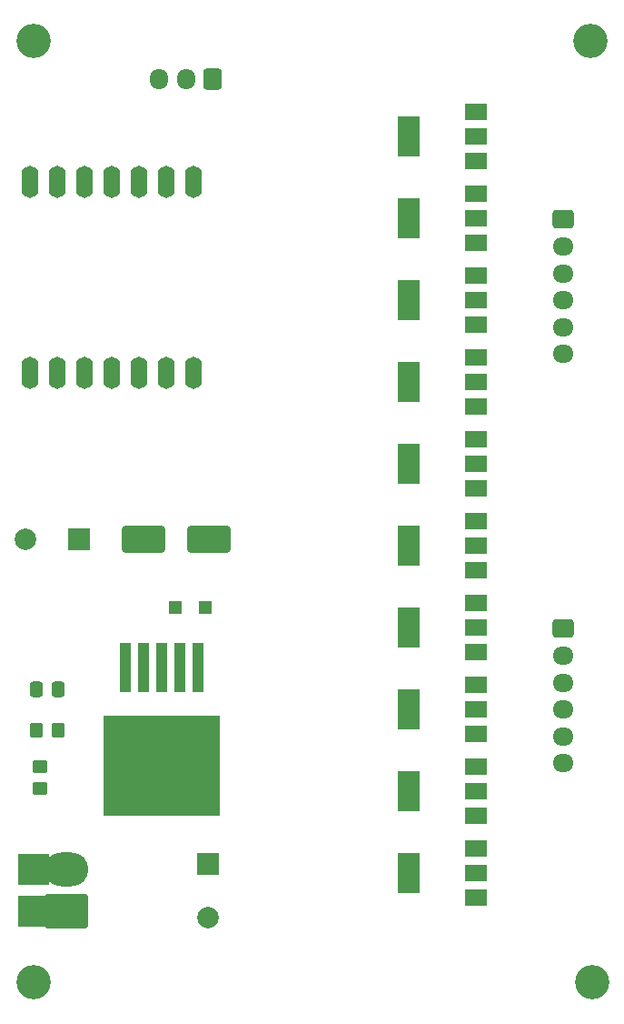
<source format=gbr>
%TF.GenerationSoftware,KiCad,Pcbnew,(6.0.6-0)*%
%TF.CreationDate,2024-07-06T11:12:15+02:00*%
%TF.ProjectId,10outputs,31306f75-7470-4757-9473-2e6b69636164,rev?*%
%TF.SameCoordinates,Original*%
%TF.FileFunction,Soldermask,Top*%
%TF.FilePolarity,Negative*%
%FSLAX46Y46*%
G04 Gerber Fmt 4.6, Leading zero omitted, Abs format (unit mm)*
G04 Created by KiCad (PCBNEW (6.0.6-0)) date 2024-07-06 11:12:15*
%MOMM*%
%LPD*%
G01*
G04 APERTURE LIST*
G04 Aperture macros list*
%AMRoundRect*
0 Rectangle with rounded corners*
0 $1 Rounding radius*
0 $2 $3 $4 $5 $6 $7 $8 $9 X,Y pos of 4 corners*
0 Add a 4 corners polygon primitive as box body*
4,1,4,$2,$3,$4,$5,$6,$7,$8,$9,$2,$3,0*
0 Add four circle primitives for the rounded corners*
1,1,$1+$1,$2,$3*
1,1,$1+$1,$4,$5*
1,1,$1+$1,$6,$7*
1,1,$1+$1,$8,$9*
0 Add four rect primitives between the rounded corners*
20,1,$1+$1,$2,$3,$4,$5,0*
20,1,$1+$1,$4,$5,$6,$7,0*
20,1,$1+$1,$6,$7,$8,$9,0*
20,1,$1+$1,$8,$9,$2,$3,0*%
G04 Aperture macros list end*
%ADD10RoundRect,0.250000X0.600000X0.725000X-0.600000X0.725000X-0.600000X-0.725000X0.600000X-0.725000X0*%
%ADD11O,1.700000X1.950000*%
%ADD12R,2.000000X1.500000*%
%ADD13R,2.000000X3.800000*%
%ADD14R,3.000000X3.000000*%
%ADD15C,3.200000*%
%ADD16RoundRect,0.250000X0.350000X0.450000X-0.350000X0.450000X-0.350000X-0.450000X0.350000X-0.450000X0*%
%ADD17RoundRect,0.800000X0.000000X-0.700000X0.000000X0.700000X0.000000X0.700000X0.000000X-0.700000X0*%
%ADD18RoundRect,0.250000X1.800000X-1.330000X1.800000X1.330000X-1.800000X1.330000X-1.800000X-1.330000X0*%
%ADD19O,4.100000X3.160000*%
%ADD20RoundRect,0.250000X0.450000X-0.350000X0.450000X0.350000X-0.450000X0.350000X-0.450000X-0.350000X0*%
%ADD21R,2.000000X2.000000*%
%ADD22C,2.000000*%
%ADD23RoundRect,0.250000X-0.725000X0.600000X-0.725000X-0.600000X0.725000X-0.600000X0.725000X0.600000X0*%
%ADD24O,1.950000X1.700000*%
%ADD25RoundRect,0.250000X0.337500X0.475000X-0.337500X0.475000X-0.337500X-0.475000X0.337500X-0.475000X0*%
%ADD26R,1.100000X4.600000*%
%ADD27R,10.800000X9.400000*%
%ADD28RoundRect,0.250000X1.750000X1.000000X-1.750000X1.000000X-1.750000X-1.000000X1.750000X-1.000000X0*%
%ADD29R,1.200000X1.200000*%
G04 APERTURE END LIST*
D10*
%TO.C,J1*%
X110450000Y-39387000D03*
D11*
X107950000Y-39387000D03*
X105450000Y-39387000D03*
%TD*%
D12*
%TO.C,Q7*%
X134976000Y-85104000D03*
X134976000Y-82804000D03*
X134976000Y-80504000D03*
D13*
X128676000Y-82804000D03*
%TD*%
D14*
%TO.C,J6*%
X93726000Y-116840000D03*
%TD*%
D15*
%TO.C,H4*%
X145796000Y-123444000D03*
%TD*%
%TO.C,H2*%
X93726000Y-123444000D03*
%TD*%
D12*
%TO.C,Q9*%
X134976000Y-77484000D03*
X134976000Y-75184000D03*
X134976000Y-72884000D03*
D13*
X128676000Y-75184000D03*
%TD*%
D16*
%TO.C,R1*%
X95996000Y-99949000D03*
X93996000Y-99949000D03*
%TD*%
D17*
%TO.C,U4*%
X93373076Y-66690000D03*
X95913076Y-66690000D03*
X98453076Y-66690000D03*
X100993076Y-66690000D03*
X103533076Y-66690000D03*
X106073076Y-66690000D03*
X108613076Y-66690000D03*
X108613076Y-48910000D03*
X106073076Y-48910000D03*
X103533076Y-48910000D03*
X100993076Y-48910000D03*
X98453076Y-48910000D03*
X95913076Y-48910000D03*
X93373076Y-48910000D03*
%TD*%
D15*
%TO.C,H1*%
X93726000Y-35814000D03*
%TD*%
D18*
%TO.C,J4*%
X96774000Y-116840000D03*
D19*
X96774000Y-112880000D03*
%TD*%
D20*
%TO.C,1k1*%
X94361000Y-105394000D03*
X94361000Y-103394000D03*
%TD*%
D12*
%TO.C,Q5*%
X134976000Y-92724000D03*
X134976000Y-90424000D03*
X134976000Y-88124000D03*
D13*
X128676000Y-90424000D03*
%TD*%
D12*
%TO.C,Q3*%
X134976000Y-100344000D03*
X134976000Y-98044000D03*
X134976000Y-95744000D03*
D13*
X128676000Y-98044000D03*
%TD*%
D12*
%TO.C,Q10*%
X134976000Y-47004000D03*
X134976000Y-44704000D03*
X134976000Y-42404000D03*
D13*
X128676000Y-44704000D03*
%TD*%
D21*
%TO.C,C1*%
X109982000Y-112440323D03*
D22*
X109982000Y-117440323D03*
%TD*%
D23*
%TO.C,J3*%
X143146000Y-52424000D03*
D24*
X143146000Y-54924000D03*
X143146000Y-57424000D03*
X143146000Y-59924000D03*
X143146000Y-62424000D03*
X143146000Y-64924000D03*
%TD*%
D12*
%TO.C,Q2*%
X134976000Y-107964000D03*
X134976000Y-105664000D03*
X134976000Y-103364000D03*
D13*
X128676000Y-105664000D03*
%TD*%
D25*
%TO.C,10nF1*%
X96033500Y-96139000D03*
X93958500Y-96139000D03*
%TD*%
D26*
%TO.C,U1*%
X109083000Y-94089000D03*
X107383000Y-94089000D03*
X105683000Y-94089000D03*
D27*
X105683000Y-103239000D03*
D26*
X103983000Y-94089000D03*
X102283000Y-94089000D03*
%TD*%
D21*
%TO.C,C2*%
X97998677Y-82169000D03*
D22*
X92998677Y-82169000D03*
%TD*%
D15*
%TO.C,H3*%
X145641000Y-35814000D03*
%TD*%
D12*
%TO.C,Q1*%
X134976000Y-115584000D03*
X134976000Y-113284000D03*
X134976000Y-110984000D03*
D13*
X128676000Y-113284000D03*
%TD*%
D12*
%TO.C,Q4*%
X134976000Y-69864000D03*
X134976000Y-67564000D03*
X134976000Y-65264000D03*
D13*
X128676000Y-67564000D03*
%TD*%
D14*
%TO.C,J5*%
X93726000Y-112903000D03*
%TD*%
D28*
%TO.C,L1*%
X110111000Y-82169000D03*
X104011000Y-82169000D03*
%TD*%
D29*
%TO.C,D1*%
X109731000Y-88519000D03*
X106931000Y-88519000D03*
%TD*%
D12*
%TO.C,Q6*%
X134976000Y-62244000D03*
X134976000Y-59944000D03*
X134976000Y-57644000D03*
D13*
X128676000Y-59944000D03*
%TD*%
D23*
%TO.C,J2*%
X143146000Y-90524000D03*
D24*
X143146000Y-93024000D03*
X143146000Y-95524000D03*
X143146000Y-98024000D03*
X143146000Y-100524000D03*
X143146000Y-103024000D03*
%TD*%
D12*
%TO.C,Q8*%
X134976000Y-54624000D03*
X134976000Y-52324000D03*
X134976000Y-50024000D03*
D13*
X128676000Y-52324000D03*
%TD*%
M02*

</source>
